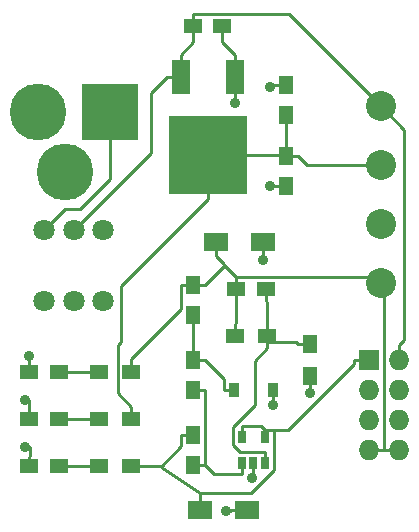
<source format=gtl>
%FSLAX46Y46*%
G04 Gerber Fmt 4.6, Leading zero omitted, Abs format (unit mm)*
G04 Created by KiCad (PCBNEW (2014-10-22 BZR 5214)-product) date Sat 10 Oct 2015 08:53:24 PM EDT*
%MOMM*%
G01*
G04 APERTURE LIST*
%ADD10C,0.200000*%
%ADD11R,2.000000X1.600000*%
%ADD12R,1.250000X1.500000*%
%ADD13R,1.500000X1.250000*%
%ADD14C,4.800600*%
%ADD15R,4.800600X4.800600*%
%ADD16R,0.910000X1.220000*%
%ADD17R,1.727200X1.727200*%
%ADD18O,1.727200X1.727200*%
%ADD19R,1.500000X1.300000*%
%ADD20R,1.300000X1.500000*%
%ADD21R,0.650000X1.060000*%
%ADD22R,1.600000X3.000000*%
%ADD23R,6.700000X6.700000*%
%ADD24C,1.800000*%
%ADD25C,2.540000*%
%ADD26C,0.889000*%
%ADD27C,0.254000*%
G04 APERTURE END LIST*
D10*
D11*
X168660000Y-144700000D03*
X172660000Y-144700000D03*
D12*
X168120000Y-132020000D03*
X168120000Y-134520000D03*
D13*
X168090000Y-103710000D03*
X170590000Y-103710000D03*
X171750000Y-126000000D03*
X174250000Y-126000000D03*
D12*
X176000000Y-111250000D03*
X176000000Y-108750000D03*
D11*
X170000000Y-122000000D03*
X174000000Y-122000000D03*
D14*
X155000000Y-111000000D03*
D15*
X161096000Y-111000000D03*
D14*
X157286000Y-116080000D03*
D13*
X156750000Y-141000000D03*
X154250000Y-141000000D03*
X156750000Y-137000000D03*
X154250000Y-137000000D03*
X154250000Y-133000000D03*
X156750000Y-133000000D03*
D16*
X171565000Y-134540000D03*
X174835000Y-134540000D03*
D12*
X168120000Y-138370000D03*
X168120000Y-140870000D03*
X168120000Y-128170000D03*
X168120000Y-125670000D03*
D17*
X183000000Y-132000000D03*
D18*
X185540000Y-132000000D03*
X183000000Y-134540000D03*
X185540000Y-134540000D03*
X183000000Y-137080000D03*
X185540000Y-137080000D03*
X183000000Y-139620000D03*
X185540000Y-139620000D03*
D19*
X162850000Y-141000000D03*
X160150000Y-141000000D03*
X162850000Y-137000000D03*
X160150000Y-137000000D03*
X162850000Y-133000000D03*
X160150000Y-133000000D03*
X171650000Y-130000000D03*
X174350000Y-130000000D03*
D20*
X178000000Y-130650000D03*
X178000000Y-133350000D03*
D21*
X172250000Y-140720000D03*
X173200000Y-140720000D03*
X174150000Y-140720000D03*
X174150000Y-138520000D03*
X172250000Y-138520000D03*
D22*
X171640000Y-108030000D03*
X167040000Y-108030000D03*
D23*
X169340000Y-114680000D03*
D24*
X155500000Y-121000000D03*
X158000000Y-121000000D03*
X160500000Y-121000000D03*
X155500000Y-127000000D03*
X158000000Y-127000000D03*
X160500000Y-127000000D03*
D12*
X176000000Y-114750000D03*
X176000000Y-117250000D03*
D25*
X184000000Y-120500000D03*
X184000000Y-115500000D03*
X184000000Y-110500000D03*
X184000000Y-125500000D03*
D26*
X171640000Y-110271300D03*
X178000000Y-134822900D03*
X174647700Y-117316400D03*
X154250000Y-131658500D03*
X170928800Y-144781100D03*
X173060900Y-141995500D03*
X174835000Y-135853300D03*
X153900000Y-139400000D03*
X153900000Y-135400000D03*
X174000000Y-123517000D03*
X174653700Y-108883000D03*
D27*
X185540000Y-132000000D02*
X185540000Y-130755100D01*
X168090000Y-105098700D02*
X167040000Y-106148700D01*
X168090000Y-103710000D02*
X168090000Y-105098700D01*
X167040000Y-108030000D02*
X167040000Y-106148700D01*
X164500000Y-109400000D02*
X165858700Y-108030000D01*
X164550000Y-114450000D02*
X164500000Y-109400000D01*
X158000000Y-121000000D02*
X164550000Y-114450000D01*
X167040000Y-108030000D02*
X165858700Y-108030000D01*
X186000000Y-112500000D02*
X184000000Y-110500000D01*
X186000000Y-130300000D02*
X186000000Y-112500000D01*
X185540000Y-130755100D02*
X186000000Y-130300000D01*
X176203700Y-102703700D02*
X168090000Y-102703700D01*
X184000000Y-110500000D02*
X176203700Y-102703700D01*
X168090000Y-103710000D02*
X168090000Y-102703700D01*
X174150000Y-138520000D02*
X174150000Y-138064300D01*
X172250000Y-138520000D02*
X172250000Y-137608700D01*
X168120000Y-138370000D02*
X167113700Y-138370000D01*
X174150000Y-138064300D02*
X174150000Y-137923400D01*
X173835300Y-137608700D02*
X172250000Y-137608700D01*
X174150000Y-137923400D02*
X173835300Y-137608700D01*
X183000000Y-132000000D02*
X181755100Y-132000000D01*
X168660000Y-144700000D02*
X168650000Y-143300000D01*
X173000000Y-143300000D02*
X168650000Y-143300000D01*
X174914100Y-141350000D02*
X173000000Y-143300000D01*
X174914100Y-137923400D02*
X174914100Y-141350000D01*
X176142900Y-137923400D02*
X174914100Y-137923400D01*
X181755100Y-132311200D02*
X176142900Y-137923400D01*
X181755100Y-132000000D02*
X181755100Y-132311200D01*
X174914100Y-137923400D02*
X174150000Y-137923400D01*
X165350000Y-141050000D02*
X168650000Y-143300000D01*
X165394500Y-141000000D02*
X165350000Y-141050000D01*
X162850000Y-141000000D02*
X165394500Y-141000000D01*
X167113700Y-139280800D02*
X167113700Y-138370000D01*
X165350000Y-141050000D02*
X167113700Y-139280800D01*
X178000000Y-133350000D02*
X178000000Y-134822900D01*
X176000000Y-117250000D02*
X174993700Y-117250000D01*
X174927300Y-117316400D02*
X174993700Y-117250000D01*
X174647700Y-117316400D02*
X174927300Y-117316400D01*
X154250000Y-133000000D02*
X154250000Y-131658500D01*
X172660000Y-144700000D02*
X171278700Y-144700000D01*
X171197600Y-144781100D02*
X171278700Y-144700000D01*
X170928800Y-144781100D02*
X171197600Y-144781100D01*
X173200000Y-140720000D02*
X173200000Y-141631300D01*
X173060900Y-141770400D02*
X173200000Y-141631300D01*
X173060900Y-141995500D02*
X173060900Y-141770400D01*
X174835000Y-135853300D02*
X174835000Y-134540000D01*
X154250000Y-141000000D02*
X154257700Y-139345900D01*
X154203600Y-139400000D02*
X154257700Y-139345900D01*
X153900000Y-139400000D02*
X154203600Y-139400000D01*
X154250000Y-137000000D02*
X154247400Y-135437600D01*
X154209800Y-135400000D02*
X154247400Y-135437600D01*
X153900000Y-135400000D02*
X154209800Y-135400000D01*
X171640000Y-110271300D02*
X171640000Y-108030000D01*
X170590000Y-105098700D02*
X170590000Y-103710000D01*
X171640000Y-106148700D02*
X170590000Y-105098700D01*
X171640000Y-108030000D02*
X171640000Y-106148700D01*
X174000000Y-122000000D02*
X174000000Y-123517000D01*
X176000000Y-108750000D02*
X174993700Y-108750000D01*
X174860700Y-108883000D02*
X174993700Y-108750000D01*
X174653700Y-108883000D02*
X174860700Y-108883000D01*
X171565000Y-134540000D02*
X170728700Y-134540000D01*
X168120000Y-132020000D02*
X169126300Y-132020000D01*
X168120000Y-128170000D02*
X168120000Y-132020000D01*
X170728700Y-133622400D02*
X169126300Y-132020000D01*
X170728700Y-134540000D02*
X170728700Y-133622400D01*
X169887600Y-141631300D02*
X169126300Y-140870000D01*
X172250000Y-141631300D02*
X169887600Y-141631300D01*
X172250000Y-140720000D02*
X172250000Y-141631300D01*
X168120000Y-140870000D02*
X168999200Y-140870000D01*
X168999200Y-140870000D02*
X169126300Y-140870000D01*
X169126300Y-140870000D02*
X169126300Y-134520000D01*
X168120000Y-134520000D02*
X169126300Y-134520000D01*
X183000000Y-139620000D02*
X184300000Y-139600000D01*
X171750000Y-128868700D02*
X171650000Y-128968700D01*
X171750000Y-126000000D02*
X171750000Y-128868700D01*
X171650000Y-130000000D02*
X171650000Y-128968700D01*
X170000000Y-122000000D02*
X170000000Y-123181300D01*
X171750000Y-126000000D02*
X171750000Y-124993700D01*
X183493700Y-124993700D02*
X171750000Y-124993700D01*
X184000000Y-125500000D02*
X183493700Y-124993700D01*
X185540000Y-139620000D02*
X184295100Y-139620000D01*
X184295100Y-139154400D02*
X184295100Y-139620000D01*
X184250000Y-139600000D02*
X184295100Y-139154400D01*
X184300000Y-139600000D02*
X184250000Y-139600000D01*
X184270000Y-125770000D02*
X184000000Y-125500000D01*
X184270000Y-137620900D02*
X184270000Y-125770000D01*
X184250000Y-139600000D02*
X184270000Y-137620900D01*
X167113700Y-127705000D02*
X162850000Y-131968700D01*
X167113700Y-125670000D02*
X167113700Y-127705000D01*
X168120000Y-125670000D02*
X167113700Y-125670000D01*
X162850000Y-133000000D02*
X162850000Y-131968700D01*
X170740000Y-123921300D02*
X170000000Y-123181300D01*
X170740000Y-124056300D02*
X170740000Y-123921300D01*
X170812600Y-124056300D02*
X170740000Y-124056300D01*
X171750000Y-124993700D02*
X170812600Y-124056300D01*
X170740000Y-124056300D02*
X169126300Y-125670000D01*
X168120000Y-125670000D02*
X169126300Y-125670000D01*
X173318700Y-132062600D02*
X174350000Y-131031300D01*
X173318700Y-135817600D02*
X173318700Y-132062600D01*
X171478800Y-137657500D02*
X173318700Y-135817600D01*
X171478800Y-139174800D02*
X171478800Y-137657500D01*
X172112700Y-139808700D02*
X171478800Y-139174800D01*
X174150000Y-139808700D02*
X172112700Y-139808700D01*
X174150000Y-140720000D02*
X174150000Y-139808700D01*
X174250000Y-126000000D02*
X174250000Y-127006300D01*
X174350000Y-127106300D02*
X174250000Y-127006300D01*
X174350000Y-130000000D02*
X174350000Y-127106300D01*
X174350000Y-130000000D02*
X174350000Y-130515600D01*
X174350000Y-130515600D02*
X174350000Y-131031300D01*
X176834300Y-130515600D02*
X176968700Y-130650000D01*
X174350000Y-130515600D02*
X176834300Y-130515600D01*
X178000000Y-130650000D02*
X176968700Y-130650000D01*
X176000000Y-114750000D02*
X175496900Y-114750000D01*
X161718600Y-134837300D02*
X162850000Y-135968700D01*
X161718600Y-130705700D02*
X161718600Y-134837300D01*
X161972900Y-130451400D02*
X161718600Y-130705700D01*
X161972900Y-125778400D02*
X161972900Y-130451400D01*
X169340000Y-118411300D02*
X161972900Y-125778400D01*
X169340000Y-114680000D02*
X169340000Y-118411300D01*
X162850000Y-137000000D02*
X162850000Y-135968700D01*
X169340000Y-114680000D02*
X173071300Y-114680000D01*
X175496900Y-114680000D02*
X173071300Y-114680000D01*
X175496900Y-114750000D02*
X175496900Y-114680000D01*
X176000000Y-114176900D02*
X176000000Y-111250000D01*
X175496900Y-114680000D02*
X176000000Y-114176900D01*
X177756300Y-115500000D02*
X177006300Y-114750000D01*
X184000000Y-115500000D02*
X177756300Y-115500000D01*
X176000000Y-114750000D02*
X177006300Y-114750000D01*
X161100000Y-116700000D02*
X161096000Y-111000000D01*
X158550000Y-119250000D02*
X161100000Y-116700000D01*
X157256100Y-119243900D02*
X158550000Y-119250000D01*
X155500000Y-121000000D02*
X157256100Y-119243900D01*
X160150000Y-141000000D02*
X156750000Y-141000000D01*
X160150000Y-137000000D02*
X156750000Y-137000000D01*
X160150000Y-133000000D02*
X156750000Y-133000000D01*
M02*

</source>
